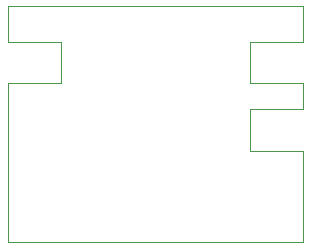
<source format=gbr>
G04 #@! TF.GenerationSoftware,KiCad,Pcbnew,5.1.5*
G04 #@! TF.CreationDate,2020-06-30T22:23:49+09:00*
G04 #@! TF.ProjectId,teabiscuits,74656162-6973-4637-9569-74732e6b6963,rev?*
G04 #@! TF.SameCoordinates,Original*
G04 #@! TF.FileFunction,Profile,NP*
%FSLAX46Y46*%
G04 Gerber Fmt 4.6, Leading zero omitted, Abs format (unit mm)*
G04 Created by KiCad (PCBNEW 5.1.5) date 2020-06-30 22:23:49*
%MOMM*%
%LPD*%
G04 APERTURE LIST*
%ADD10C,0.050000*%
%ADD11C,0.100000*%
G04 APERTURE END LIST*
D10*
X177000000Y-140750000D02*
X177000000Y-138050000D01*
X177000000Y-132310000D02*
X177000000Y-134550000D01*
X177000000Y-145750000D02*
X177000000Y-140750000D01*
X152000000Y-145750000D02*
X177000000Y-145750000D01*
X152000000Y-140750000D02*
X152000000Y-145750000D01*
X152000000Y-140750000D02*
X152000000Y-132310000D01*
X177000000Y-128750000D02*
X177000000Y-128810000D01*
X177000000Y-125750000D02*
X152000000Y-125750000D01*
X177000000Y-128750000D02*
X177000000Y-125750000D01*
X152000000Y-128810000D02*
X152000000Y-125750000D01*
D11*
X177000000Y-134550000D02*
X172500000Y-134550000D01*
X172500000Y-134550000D02*
X172500000Y-138050000D01*
X172500000Y-138050000D02*
X177000000Y-138050000D01*
X152000000Y-132310000D02*
X156500000Y-132310000D01*
X156500000Y-132310000D02*
X156500000Y-128810000D01*
X156500000Y-128810000D02*
X152000000Y-128810000D01*
X177000000Y-128810000D02*
X172500000Y-128810000D01*
X172500000Y-128810000D02*
X172500000Y-132310000D01*
X172500000Y-132310000D02*
X177000000Y-132310000D01*
M02*

</source>
